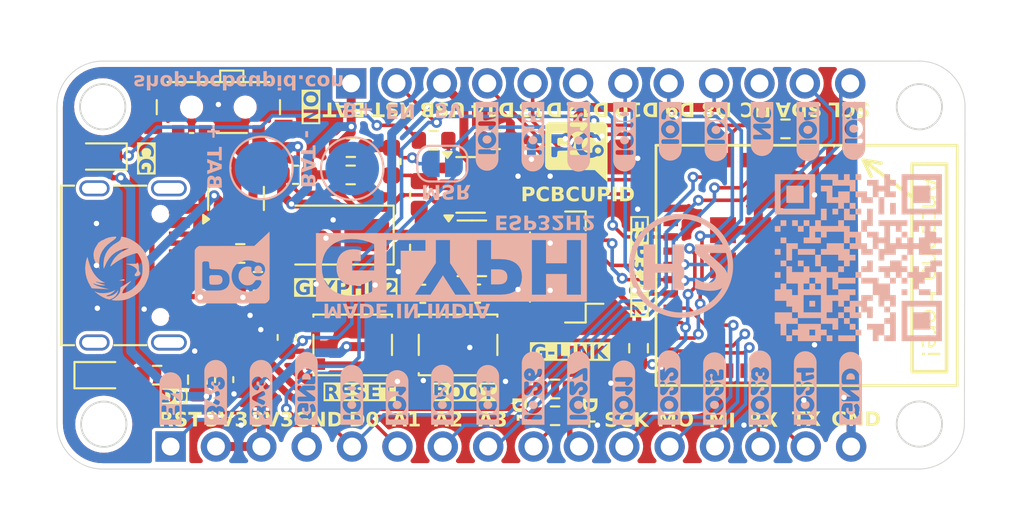
<source format=kicad_pcb>
(kicad_pcb (version 20240108) (generator "pcbnew") (generator_version "8.0")
  (layers (0 "F.Cu" signal) (31 "B.Cu" signal) (34 "B.Paste" user) (35 "F.Paste" user) (36 "B.SilkS" user "B.Silkscreen") (37 "F.SilkS" user "F.Silkscreen") (38 "B.Mask" user) (39 "F.Mask" user) (44 "Edge.Cuts" user))
  (net 0 "")
  (net 1 "/RESET")
  (net 2 "GND")
  (net 3 "/Bat_PWR")
  (net 4 "+BATT")
  (net 5 "+3.3V")
  (net 6 "/BATT_MSR")
  (net 7 "VBUS")
  (net 8 "Net-(D2-K)")
  (net 9 "Net-(D3-A)")
  (net 10 "/USB_D+")
  (net 14 "/USB_D-")
  (net 18 "Net-(J1-CC2)")
  (net 19 "Net-(J1-CC1)")
  (net 20 "/GPIO_10")
  (net 21 "/SCL")
  (net 22 "/GPIO_8")
  (net 23 "/SDA")
  (net 24 "/GPIO_9")
  (net 25 "/GPIO_2")
  (net 26 "/SCK")
  (net 27 "/MOSI")
  (net 28 "/uRx")
  (net 29 "/GPIO_3")
  (net 30 "/uTx")
  (net 31 "/MISO")
  (net 32 "Net-(U2-PROG)")
  (net 33 "Net-(U2-STAT)")
  (net 34 "Net-(U3-EN)")
  (net 39 "/GPIO_14")
  (net 42 "/GPIO_13")
  (net 44 "/GPIO_12")
  (net 49 "/GPIO_0")
  (net 51 "Net-(JP1-B)")
  (net 55 "Net-(Q1-D)")
  (net 56 "/D+")
  (net 57 "/D-")
  (footprint "Resistor_SMD:R_0603_1608Metric" (layer "F.Cu") (at 149.45 99.41 180)
    (property "Reference" "R5" (hide yes))
    (property "Value" "5.1K")
  )
  (footprint "LOGO" (layer "F.Cu") (at 153.963262 100.098)
    (property "Reference" "G***" (hide yes))
    (property "Value" "LOGO" (hide yes))
  )
  (footprint "Resistor_SMD:R_0603_1608Metric" (layer "F.Cu") (at 165.675 98.8 180)
    (property "Reference" "R2" (hide yes))
    (property "Value" "5.1K")
  )
  (footprint "Button_Switch_SMD:SW_SPDT_PCM12" (layer "F.Cu") (at 133.926262 97.908 180)
    (property "Reference" "SW3" (hide yes))
    (property "Value" "SW_SPDT")
  )
  (footprint "Resistor_SMD:R_0603_1608Metric" (layer "F.Cu") (at 136.14 107.34)
    (property "Reference" "R4" (hide yes))
    (property "Value" "5.1K")
  )
  (footprint "ESP32H2:ESP32-H2-MINI-1_EXP" (layer "F.Cu") (at 166.857362 106.45 -90)
    (property "Reference" "U1" (hide yes))
    (property "Value" "ESP32-H2-MINI-1-N4")
  )
  (footprint "Package_TO_SOT_SMD:SOT-23" (layer "F.Cu") (at 134.913262 102.698 90)
    (property "Reference" "Q1" (hide yes))
    (property "Value" "Si2301")
  )
  (footprint "Resistor_SMD:R_0603_1608Metric" (layer "F.Cu") (at 157.45 111.09 90)
    (property "Reference" "R1" (hide yes))
    (property "Value" "5.1K")
  )
  (footprint "Capacitor_SMD:C_0603_1608Metric" (layer "F.Cu") (at 138.244262 101.372)
    (property "Reference" "C2" (hide yes))
    (property "Value" "10uf")
  )
  (footprint "Resistor_SMD:R_0603_1608Metric" (layer "F.Cu") (at 141.34 99.85)
    (property "Reference" "R10" (hide yes))
    (property "Value" "200k")
  )
  (footprint "Capacitor_SMD:C_0603_1608Metric" (layer "F.Cu") (at 145.37 108.04 180)
    (property "Reference" "C5" (hide yes))
    (property "Value" "10uf")
  )
  (footprint "Resistor_SMD:R_0603_1608Metric" (layer "F.Cu") (at 130.5 112.6 180)
    (property "Reference" "R9" (hide yes))
    (property "Value" "5.1K")
  )
  (footprint "Resistor_SMD:R_0603_1608Metric" (layer "F.Cu") (at 141.33 101.38 180)
    (property "Reference" "R11" (hide yes))
    (property "Value" "200k")
  )
  (footprint "Connector_PinSocket_2.54mm:PinSocket_1x16_P2.54mm_Vertical" (layer "F.Cu") (at 131.25 116.6 90)
    (property "Reference" "J4" (hide yes))
    (property "Value" "Conn_01x16")
  )
  (footprint "Resistor_SMD:R_0603_1608Metric" (layer "F.Cu") (at 152.775 113.375 180)
    (property "Reference" "R12" (hide yes))
    (property "Value" "22R")
  )
  (footprint "Resistor_SMD:R_0603_1608Metric" (layer "F.Cu") (at 135.15 105.78 180)
    (property "Reference" "R3" (hide yes))
    (property "Value" "5.1K")
  )
  (footprint "LED_SMD:LED_0603_1608Metric" (layer "F.Cu") (at 127.313262 100.348 180)
    (property "Reference" "D2" (hide yes))
    (property "Value" "LED")
  )
  (footprint "Diode_SMD:D_SMA" (layer "F.Cu") (at 140.23 104.75 180)
    (property "Reference" "D1" (hide yes))
    (property "Value" "SS34")
  )
  (footprint "Connector_USB:USB_C_Receptacle_Palconn_UTC16-G" (layer "F.Cu") (at 129.227262 106.45 -90)
    (property "Reference" "J1" (hide yes))
    (property "Value" "USB_C_Receptacle_USB2.0_16P")
  )
  (footprint "Capacitor_SMD:C_0603_1608Metric" (layer "F.Cu") (at 143.62 100.63 -90)
    (property "Reference" "C6" (hide yes))
    (property "Value" "10uf")
  )
  (footprint "LED_SMD:LED_0603_1608Metric" (layer "F.Cu") (at 127.353262 112.6)
    (property "Reference" "D3" (hide yes))
    (property "Value" "LED")
  )
  (footprint "Connector_JST:JST_SH_BM04B-SRSS-TB_1x04-1MP_P1.00mm_Vertical" (layer "F.Cu") (at 153.38 106.54 90)
    (property "Reference" "J5" (hide yes))
    (property "Value" "Conn_01x04_MountingPin")
  )
  (footprint "Package_TO_SOT_SMD:SOT-23-5" (layer "F.Cu") (at 148.045 101.9375)
    (property "Reference" "U2" (hide yes))
    (property "Value" "MCP73831-2-OT")
  )
  (footprint "Resistor_SMD:R_0603_1608Metric" (layer "F.Cu") (at 145.18 105.525 -90)
    (property "Reference" "R8" (hide yes))
    (property "Value" "100K" (hide yes))
  )
  (footprint "Resistor_SMD:R_0603_1608Metric" (layer "F.Cu") (at 145.975 99.44 180)
    (property "Reference" "R7" (hide yes))
    (property "Value" "5.1K")
  )
  (footprint "Capacitor_SMD:C_0603_1608Metric" (layer "F.Cu") (at 137.755 110.485 90)
    (property "Reference" "C1" (hide yes))
    (property "Value" "1uf")
  )
  (footprint "Button_Switch_SMD:SW_SPST_PTS810" (layer "F.Cu") (at 141.445 110.905 180)
    (property "Reference" "SW2" (hide yes))
    (property "Value" "SW_Push")
  )
  (footprint "Package_TO_SOT_SMD:SOT-23-5" (layer "F.Cu") (at 148.1175 105.4925)
    (property "Reference" "U3" (hide yes))
    (property "Value" "AP2112K-3.3 / XC6210B332MR" (hide yes))
  )
  (footprint "Button_Switch_SMD:SW_SPST_PTS810" (layer "F.Cu") (at 147.345 110.905 180)
    (property "Reference" "SW1" (hide yes))
    (property "Value" "SW_Push")
  )
  (footprint "Capacitor_SMD:C_0603_1608Metric" (layer "F.Cu") (at 145.17 102.5 90)
    (property "Reference" "C3" (hide yes))
    (property "Value" "10UF")
  )
  (footprint "Capacitor_SMD:C_0603_1608Metric" (layer "F.Cu") (at 134.25 112.85 -90)
    (property "Reference" "C7" (hide yes))
    (property "Value" "10uf")
  )
  (footprint "Capacitor_SMD:C_0603_1608Metric" (layer "F.Cu") (at 148.44 108.03)
    (property "Reference" "C4" (hide yes))
    (property "Value" "10uf")
  )
  (footprint "Resistor_SMD:R_0603_1608Metric" (layer "F.Cu") (at 132.75 112.85 90)
    (property "Reference" "R6" (hide yes))
    (property "Value" "100K")
  )
  (footprint "Resistor_SMD:R_0603_1608Metric" (layer "F.Cu") (at 152.775 114.875)
    (property "Reference" "R13" (hide yes))
    (property "Value" "22R")
  )
  (footprint "kibuzzard-668CED74" (layer "B.Cu") (at 154.096974 99.241845 90)
    (property "Reference" "kibuzzard-668CED74" (hide yes))
    (property "Value" "G***" (hide yes))
  )
  (footprint "kibuzzard-668CEBCF" (layer "B.Cu") (at 159.16041 113.294478 90)
    (property "Reference" "kibuzzard-668CEBCF" (hide yes))
    (property "Value" "G***" (hide yes))
  )
  (footprint "kibuzzard-668B7A62" (layer "B.Cu") (at 133.773979 113.564507 90)
    (property "Reference" "kibuzzard-668B7A62" (hide yes))
    (property "Value" "G***" (hide yes))
  )
  (footprint "kibuzzard-668CEBF5" (layer "B.Cu") (at 166.780273 113.319872 90)
    (property "Reference" "kibuzzard-668CEBF5" (hide yes))
    (property "Value" "G***" (hide yes))
  )
  (footprint "kibuzzard-668B789B" (layer "B.Cu") (at 138.853411 113.33847 90)
    (property "Reference" "kibuzzard-668B789B" (hide yes))
    (property "Value" "G***" (hide yes))
  )
  (footprint "kibuzzard-668CED41" (layer "B.Cu") (at 164.360542 98.804077 90)
    (property "Reference" "kibuzzard-668CED41" (hide yes))
    (property "Value" "G***" (hide yes))
  )
  (footprint "kibuzzard-668CEBAF" (layer "B.Cu") (at 156.623555 113.578455 90)
    (property "Reference" "kibuzzard-668CEBAF" (hide yes))
    (property "Value" "G***" (hide yes))
  )
  (footprint "kibuzzard-668B7A0A" (layer "B.Cu") (at 146.468982 113.699342 90)
    (property "Reference" "kibuzzard-668B7A0A" (hide yes))
    (property "Value" "G***" (hide yes))
  )
  (footprint "kibuzzard-668B7A1E" (layer "B.Cu") (at 143.932127 113.849557 90)
    (property "Reference" "kibuzzard-668B7A1E" (hide yes))
    (property "Value" "G***" (hide yes))
  )
  (footprint "LOGO" (layer "B.Cu") (at 134.696113 106.57)
    (property "Reference" "G***" (hide yes))
    (property "Value" "LOGO" (hide yes))
  )
  (footprint "kibuzzard-668CED5D" (layer "B.Cu") (at 159.226612 98.933905 90)
    (property "Reference" "kibuzzard-668CED5D" (hide yes))
    (property "Value" "G***" (hide yes))
  )
  (footprint "kibuzzard-668B7A2D" (layer "B.Cu") (at 141.393842 113.704349 90)
    (property "Reference" "kibuzzard-668B7A2D" (hide yes))
    (property "Value" "G***" (hide yes))
  )
  (footprint "kibuzzard-668CCB83" (layer "B.Cu") (at 169.497336 98.913519 90)
    (property "Reference" "kibuzzard-668CCB83" (hide yes))
    (property "Value" "G***" (hide yes))
  )
  (footprint "Connector_PinSocket_2.54mm:PinSocket_1x12_P2.54mm_Vertical" (layer "B.Cu") (at 141.36 96.25 -90)
    (property "Reference" "J2" (hide yes))
    (property "Value" "Conn_01x12")
  )
  (footprint "kibuzzard-668CCB9F" (layer "B.Cu") (at 166.931084 98.94535 90)
    (property "Reference" "kibuzzard-668CCB9F" (hide yes))
    (property "Value" "G***" (hide yes))
  )
  (footprint "LOGO" (layer "B.Cu") (at 128.265606 106.63)
    (property "Reference" "G***" (hide yes))
    (property "Value" "LOGO" (hide yes))
  )
  (footprint "kibuzzard-668B789B" (layer "B.Cu") (at 169.32 113.33847 90)
    (property "Reference" "kibuzzard-668B789B" (hide yes))
    (property "Value" "G***" (hide yes))
  )
  (footprint "kibuzzard-668B7A7C" (layer "B.Cu") (at 131.25 113.91 90)
    (property "Reference" "kibuzzard-668B7A7C" (hide yes))
    (property "Value" "G***" (hide yes))
  )
  (footprint "Jumper:SolderJumper-2_P1.3mm_Open_RoundedPad1.0x1.5mm" (layer "B.Cu") (at 146.463262 100.748 180)
    (property "Reference" "JP1" (hide yes))
    (property "Value" "SolderJumper")
  )
  (footprint "kibuzzard-668CED80" (layer "B.Cu") (at 148.967336 99.216452 90)
    (property "Reference" "kibuzzard-668CED80" (hide yes))
    (property "Value" "G***" (hide yes))
  )
  (footprint "kibuzzard-668CED78" (layer "B.Cu") (at 151.53287 99.236481 90)
    (property "Reference" "kibuzzard-668CED78" (hide yes))
    (property "Value" "G***" (hide yes))
  )
  (footprint "kibuzzard-668CEB46" (layer "B.Cu") (at 151.547699 113.331316 90)
    (property "Reference" "kibuzzard-668CEB46" (hide yes))
    (property "Value" "G***" (hide yes))
  )
  (footprint "kibuzzard-668B7A62" (layer "B.Cu") (at 136.313695 113.564507 90)
    (property "Reference" "kibuzzard-668B7A62" (hide yes))
    (property "Value" "G***" (hide yes))
  )
  (footprint "kibuzzard-668B79F7" (layer "B.Cu") (at 149.007983 113.704707 90)
    (property "Reference" "kibuzzard-668B79F7" (hide yes))
    (property "Value" "G***" (hide yes))
  )
  (footprint "kibuzzard-668CEBE8" (layer "B.Cu") (at 164.240557 113.299843 90)
    (property "Reference" "kibuzzard-668CEBE8" (hide yes))
    (property "Value" "G***" (hide yes))
  )
  (footprint "LOGO" (layer "B.Cu") (at 169.76 106.01 180)
    (property "Reference" "G***" (hide yes))
    (property "Value" "LOGO" (hide yes))
  )
  (footprint "kibuzzard-668CED4F" (layer "B.Cu") (at 161.79 98.95 90)
    (property "Reference" "kibuzzard-668CED4F" (hide yes))
    (property "Value" "G***" (hide yes))
  )
  (footprint "Test_point_01x2:TestPoint_01x02" (layer "B.Cu") (at 138.879262 100.989 180)
    (property "Reference" "J3" (hide yes))
    (property "Value" "Battery Connector")
  )
  (footprint "kibuzzard-668CEBDE" (layer "B.Cu") (at 161.700126 113.350987 90)
    (property "Reference" "kibuzzard-668CEBDE" (hide yes))
    (property "Value" "G***" (hide yes))
  )
  (footprint "kibuzzard-668CEB4E" (layer "B.Cu") (at 154.0867 113.324521 90)
    (property "Reference" "kibuzzard-668CEB4E" (hide yes))
    (property "Value" "G***" (hide yes))
  )
  (footprint "kibuzzard-668CED68" (layer "B.Cu") (at 156.663224 99.236838 90)
    (property "Reference" "kibuzzard-668CED68" (hide yes))
    (property "Value" "G***" (hide yes))
  )
  (gr_circle (center 159.825 106.468122) (end 162.425 107.418122) (stroke (width 0.3)) (fill none) (layer "B.SilkS"))
  (gr_line (start 124.891228 115.321945) (end 124.891487 97.57804) (stroke (width 0.05)) (layer "Edge.Cuts"))
  (gr_circle (center 127.51 115.35) (end 128.78 115.35) (stroke (width 0.1)) (fill none) (layer "Edge.Cuts"))
  (gr_line (start 175.727312 97.541689) (end 175.69096 115.285853) (stroke (width 0.05)) (layer "Edge.Cuts"))
  (gr_line (start 127.431228 95.001947) (end 173.151219 95.001948) (stroke (width 0.05)) (layer "Edge.Cuts"))
  (gr_circle (center 173.169262 97.56) (end 174.439262 97.56) (stroke (width 0.1)) (fill none) (layer "Edge.Cuts"))
  (gr_circle (center 127.449262 97.56) (end 128.719262 97.56) (stroke (width 0.1)) (fill none) (layer "Edge.Cuts"))
  (gr_line (start 173.151219 117.861946) (end 127.467321 117.861686) (stroke (width 0.05)) (layer "Edge.Cuts"))
  (gr_circle (center 173.169262 115.34) (end 174.439262 115.34) (stroke (width 0.1)) (fill none) (layer "Edge.Cuts"))
  (gr_arc (start 124.891487 97.57804) (mid 125.627871 95.764035) (end 127.431228 95.001947) (stroke (width 0.05)) (layer "Edge.Cuts"))
  (gr_arc (start 173.151219 95.001948) (mid 174.965224 95.738332) (end 175.727312 97.541689) (stroke (width 0.05)) (layer "Edge.Cuts"))
  (gr_arc (start 175.69096 115.285853) (mid 174.954576 117.099858) (end 173.151219 117.861946) (stroke (width 0.05)) (layer "Edge.Cuts"))
  (gr_arc (start 127.467321 117.861686) (mid 125.653316 117.125302) (end 124.891228 115.321945) (stroke (width 0.05)) (layer "Edge.Cuts"))
  (gr_text "BAT -" (at 138.413262 102.114762 -90) (layer "B.SilkS") (effects (font (size 0.8 0.8) (thickness 0.2) (bold yes)) (justify left bottom mirror)))
  (gr_text "MADE IN INDIA" (at 139.770329 108.46 180) (layer "B.SilkS") (effects (font (size 0.8 0.8) (thickness 0.16) (bold yes)) (justify left bottom mirror)))
  (gr_text "shop.pcbcupid.com" (at 129.164466 95.659471 180) (layer "B.SilkS") (effects (font (size 0.8 0.8) (thickness 0.2) (bold yes)) (justify left bottom mirror)))
  (gr_text "H2" (at 157.4 104.85 180) (layer "B.SilkS") (effects (font (size 2.5 2.5) (thickness 0.5) (bold yes)) (justify left bottom mirror)))
  (gr_text "MSR" (at 145.28 101.81 180) (layer "B.SilkS") (effects (font (size 0.8 0.8) (thickness 0.2) (bold yes)) (justify left bottom mirror)))
  (gr_text "ESP32H2" (at 149.380329 103.52 180) (layer "B.SilkS") (effects (font (size 0.8 0.8) (thickness 0.16) (bold yes)) (justify left bottom mirror)))
  (gr_text "GLYPH" (at 147.06 104.52 180) (layer "B.SilkS" knockout) (effects (font (size 3 3) (thickness 0.2) (bold yes)) (justify bottom mirror)))
  (gr_text "EN" (at 143.274466 97.289471 180) (layer "B.SilkS") (effects (font (size 0.8 0.8) (thickness 0.16) (bold yes)) (justify left bottom mirror)))
  (gr_text "B+" (at 140.854466 97.219471 180) (layer "B.SilkS") (effects (font (size 0.8 0.8) (thickness 0.16) (bold yes)) (justify left bottom mirror)))
  (gr_text "5V" (at 145.994466 97.239471 180) (layer "B.SilkS") (effects (font (size 0.8 0.8) (thickness 0.16) (bold yes)) (justify left bottom mirror)))
  (gr_text "BAT +" (at 133.163262 102.198 -90) (layer "B.SilkS") (effects (font (size 0.8 0.8) (thickness 0.2) (bold yes)) (justify left bottom mirror)))
  (gr_text "BOOT\n" (at 145.91 114.08 0) (layer "F.SilkS" knockout) (effects (font (size 0.8 0.8) (thickness 0.2) (bold yes)) (justify left bottom)))
  (gr_text "ON" (at 138.563262 96.648 -90) (layer "F.SilkS" knockout) (effects (font (size 0.8 0.8) (thickness 0.2) (bold yes)) (justify left bottom)))
  (gr_text "BAT" (at 142.16 97.19 180) (layer "F.SilkS") (effects (font (size 0.8 0.8) (thickness 0.16) (bold yes)) (justify left bottom)))
  (gr_text "RESET" (at 139.81 114.08 0) (layer "F.SilkS" knockout) (effects (font (size 0.8 0.8) (thickness 0.2) (bold yes)) (justify left bottom)))
  (gr_text "A1\n" (at 143.63 115.61 0) (layer "F.SilkS") (effects (font (size 0.8 0.8) (thickness 0.16) (bold yes)) (justify left bottom)))
  (gr_text "RX" (at 163.536646 115.63 0) (layer "F.SilkS") (effects (font (size 0.8 0.8) (thickness 0.16) (bold yes)) (justify left bottom)))
  (gr_text "D9" (at 160.619785 97.19 180) (layer "F.SilkS") (effects (font (size 0.8 0.8) (thickness 0.16) (bold yes)) (justify left bottom)))
  (gr_text "SCL" (at 170.41 97.19 180) (layer "F.SilkS") (effects (font (size 0.8 0.8) (thickness 0.16) (bold yes)) (justify left bottom)))
  (gr_text "SDA" (at 167.722301 97.19 180) (layer "F.SilkS") (effects (font (size 0.8 0.8) (thickness 0.16) (bold yes)) (justify left bottom)))
  (gr_text "D13" (at 153.196041 97.19 180) (layer "F.SilkS") (effects (font (size 0.8 0.8) (thickness 0.16) (bold yes)) (justify left bottom)))
  (gr_text "D14" (at 150.521636 97.19 180) (layer "F.SilkS") (effects (font (size 0.8 0.8) (thickness 0.16) (bold yes)) (justify left bottom)))
  (gr_text "TX" (at 166.036646 115.582 0) (layer "F.SilkS") (effects (font (size 0.8 0.8) (thickness 0.16) (bold yes)) (justify left bottom)))
  (gr_text "A3" (at 148.466943 115.61 0) (layer "F.SilkS") (effects (font (size 0.8 0.8) (thickness 0.16) (bold yes)) (justify left bottom)))
  (gr_text "D+" (at 154.2 113.8 270) (layer "F.SilkS") (effects (font (size 0.8 0.8) (thickness 0.16) (bold yes)) (justify left bottom)))
  (gr_text "ESP32H2" (at 156.96 106.52 270) (layer "F.SilkS" knockout) (effects (font (size 0.8 0.8) (thickness 0.2) (bold yes)) (justify bottom)))
  (gr_text "NC" (at 164.874386 97.19 180) (layer "F.SilkS") (effects (font (size 0.8 0.8) (thickness 0.16) (bold yes)) (justify left bottom)))
  (gr_text "GLYPHH2" (at 141.08 108.23 0) (layer "F.SilkS" knockout) (effects (font (size 0.8 0.8) (thickness 0.2) (bold yes)) (justify bottom)))
  (gr_text "3V3" (at 133.18 115.61 0) (layer "F.SilkS") (effects (font (size 0.8 0.8) (thickness 0.16) (bold yes)) (justify left bottom)))
  (gr_text "GND\n" (at 138.132929 115.61 0) (layer "F.SilkS") (effects (font (size 0.8 0.8) (thickness 0.16) (bold yes)) (justify left bottom)))
  (gr_text "G-LINK" (at 153.57 111.82 0) (layer "F.SilkS" knockout) (effects (font (size 0.8 0.8) (thickness 0.2) (bold yes)) (justify bottom)))
  (gr_text "A2" (at 145.98 115.61 0) (layer "F.SilkS") (effects (font (size 0.8 0.8) (thickness 0.16) (bold yes)) (justify left bottom)))
  (gr_text "D0" (at 130.67 114.25 0) (layer "F.SilkS" knockout) (effects (font (size 0.7 0.7) (thickness 0.175) (bold yes)) (justify left bottom)))
  (gr_text "SCK" (at 155.52 115.63 0) (layer "F.SilkS") (effects (font (size 0.8 0.8) (thickness 0.16) (bold yes)) (justify left bottom)))
  (gr_text "RST" (at 144.908654 97.19 180) (layer "F.SilkS") (effects (font (size 0.8 0.8) (thickness 0.16) (bold yes)) (justify left bottom)))
  (gr_text "MI" (at 161.361646 115.657 0) (layer "F.SilkS") (effects (font (size 0.8 0.8) (thickness 0.16) (bold yes)) (justify left bottom)))
  (gr_text "D8" (at 162.674399 97.19 180) (layer "F.SilkS") (effects (font (size 0.8 0.8) (thickness 0.16) (bold yes)) (justify left bottom)))
  (gr_text "RST" (at 130.565308 115.61 0) (layer "F.SilkS") (effects (font (size 0.8 0.8) (thickness 0.16) (bold yes)) (justify left bottom)))
  (gr_text "CG" (at 129.35 99.6 -90) (layer "F.SilkS" knockout) (effects (font (size 0.8 0.8) (thickness 0.2) (bold yes)) (justify left bottom)))
  (gr_text "D10" (at 158.590182 97.19 180) (layer "F.SilkS") (effects (font (size 0.8 0.8) (thickness 0.16) (bold yes)) (justify left bottom)))
  (gr_text "D12" (at 155.821988 97.19 180) (layer "F.SilkS") (effects (font (size 0.8 0.8) (thickness 0.16) (bold yes)) (justify left bottom)))
  (gr_text "3V3" (at 135.73 115.61 0) (layer "F.SilkS") (effects (font (size 0.8 0.8) (thickness 0.16) (bold yes)) (justify left bottom)))
  (gr_text "PCBCUPID" (at 154.05 102.99 0) (layer "F.SilkS") (effects (font (size 0.8 0.8) (thickness 0.2) (bold yes)) (justify bottom)))
  (gr_text "MO" (at 158.486646 115.607 0) (layer "F.SilkS") (effects (font (size 0.8 0.8) (thickness 0.16) (bold yes)) (justify left bottom)))
  (gr_text "D-" (at 150.25 113.8 270) (layer "F.SilkS") (effects (font (size 0.8 0.8) (thickness 0.16) (bold yes)) (justify left bottom)))
  (gr_text "USB" (at 147.768292 97.19 180) (layer "F.SilkS") (effects (font (size 0.8 0.8) (thickness 0.16) (bold yes)) (justify left bottom)))
  (gr_text "GND" (at 168.236646 115.582 0) (layer "F.SilkS") (effects (font (size 0.8 0.8) (thickness 0.16) (bold yes)) (justify left bottom)))
  (gr_text "D0" (at 141.23 115.61 0) (layer "F.SilkS") (effects (font (size 0.8 0.8) (thickness 0.16) (bold yes)) (justify left bottom)))
  (dimension (type leader) (layer "F.SilkS") (pts (xy 169.64 100.25) (xy 173.73 103.36)) (gr_text "Antenna Here!" (at 173.73 106.59 270) (layer "F.SilkS") (effects (font (face "Noto Sans") (size 1 1) (thickness 0.1)))) (format (prefix "") (suffix "") (units 0) (units_format 0) (precision 4) (override_value "Antenna Here!")) (style (thickness 0.2) (arrow_length 1) (text_position_mode 0) (text_frame 1) (extension_offset 0.5)))
  (segment (start 162.552263 99.147737) (end 163.1 98.6) (width 0.2) (layer "F.Cu") (net 1))
  (segment (start 163.3 98.6) (end 164.65 98.6) (width 0.2) (layer "F.Cu") (net 1))
  (segment (start 163.3 98.6) (end 155.2 98.6) (width 0.2) (layer "F.Cu") (net 1))
  (segment (start 146.089573 98.439573) (end 143.9 96.25) (width 0.2) (layer "F.Cu") (net 1))
  (segment (start 137.755 111.26) (end 138.65 111.26) (width 0.3) (layer "F.Cu") (net 1))
  (segment (start 154.95 98.35) (end 155.2 98.6) (width 0.2) (layer "F.Cu") (net 1))
  (segment (start 146.139573 98.439573) (end 146.089573 98.439573) (width 0.2) (layer "F.Cu") (net 1))
  (segment (start 138.65 111.26) (end 139.37 111.98) (width 0.3) (layer "F.Cu") (net 1))
  (segment (start 138.636579 110.668627) (end 138.045206 111.26) (width 0.2) (layer "F.Cu") (net 1))
  (segment (start 143.52 111.98) (end 139.37 111.98) (width 0.3) (layer "F.Cu") (net 1))
  (segment (start 162.552263 100.550002) (end 162.552263 99.147737) (width 0.2) (layer "F.Cu") (net 1))
  (segment (start 163.1 98.6) (end 163.3 98.6) (width 0.2) (layer "F.Cu") (net 1))
  (via (at 138.636579 110.668627) (size 0.6) (drill 0.3) (layers "F.Cu" "B.Cu") (net 1))
  (via (at 146.139573 98.439573) (size 0.6) (drill 0.3) (layers "F.Cu" "B.Cu") (net 1))
  (via (at 154.95 98.35) (size 0.6) (drill 0.3) (layers "F.Cu" "B.Cu") (net 1))
  (segment (start 144.18 103.77) (end 144.18 99.95) (width 0.2) (layer "B.Cu") (net 1))
  (segment (start 146.479146 98.1) (end 154.7 98.1) (width 0.2) (layer "B.Cu") (net 1))
  (segment (start 132.75 115.1) (end 131.25 116.6) (width 0.2) (layer "B.Cu") (net 1))
  (segment (start 154.7 98.1) (end 154.95 98.35) (width 0.2) (layer "B.Cu") (net 1))
  (segment (start 145.690427 98.439573) (end 146.139573 98.439573) (width 0.2) (layer "B.Cu") (net 1))
  (segment (start 138.636579 110.668627) (end 138.631373 110.668627) (width 0.2) (layer "B.Cu") (net 1))
  (segment (start 140.6 110.5) (end 141.4 109.7) (width 0.2) (layer "B.Cu") (net 1))
  (segment (start 141.4 106.55) (end 144.18 103.77) (width 0.2) (layer "B.Cu") (net 1))
  (segment (start 138.631373 110.668627) (end 134.2 115.1) (width 0.2) (layer "B.Cu") (net 1))
  (segment (start 146.139573 98.439573) (end 146.479146 98.1) (width 0.2) (layer "B.Cu") (net 1))
  (segment (start 141.4 109.7) (end 141.4 106.55) (width 0.2) (layer "B.Cu") (net 1))
  (segment (start 138.636579 110.668627) (end 138.805206 110.5) (width 0.2) (layer "B.Cu") (net 1))
  (segment (start 144.18 99.95) (end 145.690427 98.439573) (width 0.2) (layer "B.Cu") (net 1))
  (segment (start 138.805206 110.5) (end 140.6 110.5) (width 0.2) (layer "B.Cu") (net 1))
  (segment (start 134.2 115.1) (end 132.75 115.1) (width 0.2) (layer "B.Cu") (net 1))
  (segment (start 156.3 112.65) (end 155.9 113.05) (width 0.2) (layer "F.Cu") (net 2))
  (segment (start 139.019262 101.372) (end 140.497 101.372) (width 0.5) (layer "F.Cu") (net 2))
  (segment (start 132.6 111.25) (end 132.62 111.23) (width 0.2) (layer "F.Cu") (net 2))
  (segment (start 132.47 109.65) (end 131.737262 109.65) (width 0.2) (layer "F.Cu") (net 2))
  (segment (start 158.952262 112.65) (end 156.3 112.65) (width 0.2) (layer "F.Cu") (net 2))
  (segment (start 136.38 105.78) (end 136.965 106.365) (width 0.2) (layer "F.Cu") (net 2))
  (segment (start 143.62 101.405) (end 144.705 101.405) (width 0.2) (layer "F.Cu") (net 2))
  (segment (start 135.975 105.78) (end 136.38 105.78) (width 0.2) (layer "F.Cu") (net 2))
  (segment (start 136.965 106.365) (end 136.965 107.34) (width 0.2) (layer "F.Cu") (net 2))
  (segment (start 132.62 111.23) (end 132.62 109.8) (width 0.2) (layer "F.Cu") (net 2))
  (segment (start 143.3 102.75) (end 143.62 102.43) (width 0.2) (layer "F.Cu") (net 2))
  (segment (start 143.62 102.43) (end 143.62 101.405) (width 0.2) (layer "F.Cu") (net 2))
  (segment (start 132.62 109.8) (end 132.47 109.65) (width 0.2) (layer "F.Cu") (net 2))
  (segment (start 140.53 101.38) (end 141.9 102.75) (width 0.2) (layer "F.Cu") (net 2))
  (segment (start 132.62 111.3) (end 132.62 111.27) (width 0.2) (layer "F.Cu") (net 2))
  (segment (start 141.9 102.75) (end 143.3 102.75) (width 0.2) (layer "F.Cu") (net 2))
  (segment (start 144.705 101.405) (end 145 101.7) (width 0.2) (layer "F.Cu") (net 2))
  (segment (start 132.62 111.27) (end 132.6 111.25) (width 0.2) (layer "F.Cu") (net 2))
  (segment (start 132.62 111.3) (end 132.62 111.895) (width 0.2) (layer "F.Cu") (net 2))
  (via (at 127.1 106.45) (size 0.6) (drill 0.3) (layers "F.Cu" "B.Cu") (net 2))
  (via (at 168.95 113.85) (size 0.6) (drill 0.3) (layers "F.Cu" "B.Cu") (net 2))
  (via (at 157.4 103.3) (size 0.6) (drill 0.3) (layers "F.Cu" "B.Cu") (net 2))
  (via (at 166.7 114) (size 0.6) (drill 0.3) (layers "F.Cu" "B.Cu") (net 2))
  (via (at 135.7 109.25) (size 0.6) (drill 0.3) (layers "F.Cu" "B.Cu") (net 2))
  (via (at 163.35 115.4) (size 0.6) (drill 0.3) (layers "F.Cu" "B.Cu") (net 2))
  (via (at 133.926262 97.433) (size 0.6) (drill 0.3) (layers "F.Cu" "B.Cu") (net 2))
  (via (at 136.3 110.05) (size 0.6) (drill 0.3) (layers "F.Cu" "B.Cu") (net 2))
  (via (at 145.4 112.9) (size 0.6) (drill 0.3) (layers "F.Cu" "B.Cu") (net 2))
  (via (at 167.3 102.5) (size 0.6) (drill 0.3) (layers "F.Cu" "B.Cu") (net 2))
  (via (at 157.4 100.45) (size 0.6) (drill 0.3) (layers "F.Cu" "B.Cu") (net 2))
  (via (at 152.5 107.85) (size 0.6) (drill 0.3) (layers "F.Cu" "B.Cu") (net 2))
  (via (at 152.5 101.45) (size 0.6) (drill 0.3) (layers "F.Cu" "B.Cu") (net 2))
  (via (at 150.7 101.45) (size 0.6) (drill 0.3) (layers "F.Cu" "B.Cu") (net 2))
  (via (at 150 112.95) (size 0.6) (drill 0.3) (layers "F.Cu" "B.Cu") (net 2))
  (via (at 135.2 115.4) (size 0.6) (drill 0.3) (layers "F.Cu" "B.Cu") (net 2))
  (via (at 150.7 107.8) (size 0.6) (drill 0.3) (layers "F.Cu" "B.Cu") (net 2))
  (via (at 132.6 111.25) (size 0.6) (drill 0.3) (layers "F.Cu" "B.Cu") (net 2))
  (via (at 127.1 104.1) (size 0.6) (drill 0.3) (layers "F.Cu" "B.Cu") (net 2))
  (via (at 155.9 113.05) (size 0.6) (drill 0.3) (layers "F.Cu" "B.Cu") (net 2))
  (via (at 144 106.8) (size 0.6) (drill 0.3) (layers "F.Cu" "B.Cu") (net 2))
  (via (at 139.4 107.5) (size 0.6) (drill 0.3) (layers "F.Cu" "B.Cu") (net 2))
  (via (at 148 111.05) (size 0.6) (drill 0.3) (layers "F.Cu" "B.Cu") (net 2))
  (via (at 155.15 115.4) (size 0.6) (drill 0.3) (layers "F.Cu" "B.Cu") (net 2))
  (via (at 140.35 103.9) (size 0.6) (drill 0.3) (layers "F.Cu" "B.Cu") (net 2))
  (via (at 127.15 108.85) (size 0.6) (drill 0.3) (layers "F.Cu" "B.Cu") (net 2))
  (via (at 143.95 112.95) (size 0.6) (drill 0.3) (layers "F.Cu" "B.Cu") (net 2))
  (via (at 152.5 105.2) (size 0.6) (drill 0.3) (layers "F.Cu" "B.Cu") (net 2))
  (via (at 129.77 108.9) (size 0.6) (drill 0.3) (layers "F.Cu" "B.Cu") (net 2))
  (via (at 142.7 107.55) (size 0.6) (drill 0.3) (layers "F.Cu" "B.Cu") (net 2))
  (via (at 134.8 113.65) (size 0.6) (drill 0.3) (layers "F.Cu" "B.Cu") (net 2))
  (via (at 167.3 110.9) (size 0.6) (drill 0.3) (layers "F.Cu" "B.Cu") (net 2))
  (segment (start 140.769189 102.41) (end 141.659189 103.3) (width 0.3) (layer "F.Cu") (net 3))
  (segment (start 146.006196 102.8875) (end 146.9075 102.8875) (width 0.2) (layer "F.Cu") (net 3))
  (segment (start 143.386396 103.3) (end 144.166396 102.52) (width 0.3) (layer "F.Cu") (net 3))
  (segment (start 144.166396 102.52) (end 144.26 102.52) (width 0.3) (layer "F.Cu") (net 3))
  (segment (start 138.37 99.79) (end 136.628262 99.79) (width 0.5) (layer "F.Cu") (net 3))
  (segment (start 138.39 99.81) (end 138.39 100.777566) (width 0.2) (layer "F.Cu") (net 3))
  (segment (start 136.628262 99.79) (end 136.176262 99.338) (width 0.5) (layer "F.Cu") (net 3))
  (segment (start 144.29 102.5) (end 145.618696 102.5) (width 0.2) (layer "F.Cu") (net 3))
  (segment (start 138.37 99.79) (end 138.39 99.81) (width 0.2) (layer "F.Cu") (net 3))
  (segment (start 144.265 102.525) (end 144.29 102.5) (width 0.2) (layer "F.Cu") (net 3))
  (segment (start 145.618696 102.5) (end 146.006196 102.8875) (width 0.2) (layer "F.Cu") (net 3))
  (segment (start 138.219262 100.948304) (end 138.219262 102.179262) (width 0.2) (layer "F.Cu") (net 3))
  (segment (start 138.39 100.777566) (end 138.219262 100.948304) (width 0.2) (layer "F.Cu") (net 3))
  (segment (start 138.45 102.41) (end 140.769189 102.41) (width 0.3) (layer "F.Cu") (net 3))
  (segment (start 138.219262 102.179262) (end 138.45 102.41) (width 0.2) (layer "F.Cu") (net 3))
  (segment (start 141.659189 103.3) (end 143.386396 103.3) (width 0.3) (layer "F.Cu") (net 3))
  (via (at 138.37 99.79) (size 0.6) (drill 0.3) (layers "F.Cu" "B.Cu") (net 3))
  (segment (start 136.811 100.989) (end 138.01 99.79) (width 0.5) (layer "B.Cu") (net 3))
  (segment (start 138.37 99.79) (end 138.01 99.79) (width 0.5) (layer "B.Cu") (net 3))
  (segment (start 141.36 98.66) (end 141.37 98.67) (width 0.5) (layer "F.Cu") (net 4))
  (segment (start 145.18 104.7) (end 142.28 104.7) (width 0.5) (layer "F.Cu") (net 4))
  (segment (start 135.863262 103.6355) (end 135.863262 102.296738) (width 0.5) (layer "F.Cu") (net 4))
  (segment (start 140.520661 103.01) (end 141.508661 103.998) (width 0.5) (layer "F.Cu") (net 4))
  (segment (start 136.788 101.372) (end 137.469262 101.372) (width 0.5) (layer "F.Cu") (net 4))
  (segment (start 137.469262 102.459262) (end 138.02 103.01) (width 0.5) (layer "F.Cu") (net 4))
  (segment (start 141.36 96.25) (end 141.36 98.66) (width 0.5) (layer "F.Cu") (net 4))
  (segment (start 145.3375 104.5425) (end 145.18 104.7) (width 0.5) (layer "F.Cu") (net 4))
  (segment (start 141.36 98.68) (end 141.36 99.005) (width 0.5) (layer "F.Cu") (net 4))
  (segment (start 146.98 104.5425) (end 145.3375 104.5425) (width 0.5) (layer "F.Cu") (net 4))
  (segment (start 138.02 103.01) (end 140.520661 103.01) (width 0.5) (layer "F.Cu") (net 4))
  (segment (start 141.36 99.005) (end 140.515 99.85) (width 0.5) (layer "F.Cu") (net 4))
  (segment (start 137.469262 101.372) (end 137.469262 102.459262) (width 0.5) (layer "F.Cu") (net 4))
  (segment (start 141.508661 103.998) (end 142.313262 103.998) (width 0.5) (layer "F.Cu") (net 4))
  (segment (start 145.17 103.275) (end 145.17 104.69) (width 0.5) (layer "F.Cu") (net 4))
  (segment (start 135.863262 102.296738) (end 136.788 101.372) (width 0.5) (layer "F.Cu") (net 4))
  (segment (start 141.37 98.67) (end 141.36 98.68) (width 0.5) (layer "F.Cu") (net 4))
  (via (at 141.37 98.67) (size 0.6) (drill 0.3) (layers "F.Cu" "B.Cu") (net 4))
  (via (at 138.02 103.01) (size 0.6) (drill 0.3) (layers "F.Cu" "B.Cu") (net 4))
  (segment (start 140.63 98.67) (end 141.37 98.67) (width 0.5) (layer "B.Cu") (net 4))
  (segment (start 138.92 102.11) (end 138.92 100.38) (width 0.5) (layer "B.Cu") (net 4))
  (segment (start 138.92 100.38) (end 140.63 98.67) (width 0.5) (layer "B.Cu") (net 4))
  (segment (start 138.02 103.01) (end 138.92 102.11) (width 0.5) (layer "B.Cu") (net 4))
  (segment (start 154.05 98.1) (end 154.05 98.65) (width 0.5) (layer "F.Cu") (net 5))
  (segment (start 151.45 102.3475) (end 151.45 100.5) (width 0.5) (layer "F.Cu") (net 5))
  (segment (start 148.11 107.585) (end 147.665 108.03) (width 0.3) (layer "F.Cu") (net 5))
  (segment (start 166.5 100.49774) (end 166.5 98.8) (width 0.5) (layer "F.Cu") (net 5))
  (segment (start 154.05 98.65) (end 153.35 99.35) (width 0.5) (layer "F.Cu") (net 5))
  (segment (start 149.255 104.5425) (end 151.45 102.3475) (width 0.5) (layer "F.Cu") (net 5))
  (segment (start 154.705 107.04) (end 155.34 107.04) (width 0.3) (layer "F.Cu") (net 5))
  (segment (start 141.1 111) (end 146.2 111) (width 0.5) (layer "F.Cu") (net 5))
  (segment (start 149.9425 104.5425) (end 152.44 107.04) (width 0.3) (layer "F.Cu") (net 5))
  (segment (start 166.552262 100.550002) (end 166.5 100.49774) (width 0.5) (layer "F.Cu") (net 5))
  (segment (start 146.145 108.04) (end 147.655 108.04) (width 0.5) (layer "F.Cu") (net 5))
  (segment (start 146.2 111) (end 147.665 109.535) (width 0.5) (layer "F.Cu") (net 5))
  (segment (start 155.34 107.04) (end 157.45 109.15) (width 0.3) (layer "F.Cu") (net 5))
  (segment (start 154.55 97.6) (end 154.05 98.1) (width 0.5) (layer "F.Cu") (net 5))
  (segment (start 133.79 116.6) (end 136.33 116.6) (width 0.5) (layer "F.Cu") (net 5))
  (segment (start 152.44 107.04) (end 154.705 107.04) (width 0.3) (layer "F.Cu") (net 5))
  (segment (start 149.255 104.5425) (end 149.9425 104.5425) (width 0.3) (layer "F.Cu") (net 5))
  (segment (start 166.5 98.8) (end 165.3 97.6) (width 0.5) (layer "F.Cu") (net 5))
  (segment (start 148.11 105.6875) (end 148.11 107.585) (width 0.3) (layer "F.Cu") (net 5))
  (segment (start 147.665 109.535) (end 147.665 108.03) (width 0.5) (layer "F.Cu") (net 5))
  (segment (start 157.45 109.15) (end 157.45 110.265) (width 0.3) (layer "F.Cu") (net 5))
  (segment (start 149.255 104.5425) (end 148.11 105.6875) (width 0.3) (layer "F.Cu") (net 5))
  (segment (start 165.3 97.6) (end 154.55 97.6) (width 0.5) (layer "F.Cu") (net 5))
  (via (at 153.35 99.35) (size 0.6) (drill 0.3) (layers "F.Cu" "B.Cu") (net 5))
  (via (at 141.1 111) (size 0.6) (drill 0.3) (layers "F.Cu" "B.Cu") (net 5))
  (via (at 151.45 100.5) (size 0.6) (drill 0.3) (layers "F.Cu" "B.Cu") (net 5))
  (segment (start 140.75 111.35) (end 141.1 111) (width 0.5) (layer "B.Cu") (net 5))
  (segment (start 136.33 113.97) (end 138.95 111.35) (width 0.5) (layer "B.Cu") (net 5))
  (segment (start 138.95 111.35) (end 140.75 111.35) (width 0.5) (layer "B.Cu") (net 5))
  (segment (start 151.45 100.5) (end 151.45 99.6) (width 0.5) (layer "B.Cu") (net 5))
  (segment (start 151.7 99.35) (end 153.35 99.35) (width 0.5) (layer "B.Cu") (net 5))
  (segment (start 136.33 116.6) (end 136.33 113.97) (width 0.5) (layer "B.Cu") (net 5))
  (segment (start 151.45 99.6) (end 151.7 99.35) (width 0.5) (layer "B.Cu") (net 5))
  (segment (start 137.731172 114.482429) (end 138.248743 115) (width 0.2) (layer "F.Cu") (net 6))
  (segment (start 155.5 99.1) (end 160.4 99.1) (width 0.2) (layer "F.Cu") (net 6))
  (segment (start 160.952263 100.550002) (end 160.952263 99.652263) (width 0.2) (layer "F.Cu") (net 6))
  (segment (start 142.35 115) (end 143.95 116.6) (width 0.2) (layer "F.Cu") (net 6))
  (segment (start 138.248743 115) (end 142.35 115) (width 0.2) (layer "F.Cu") (net 6))
  (segment (start 160.952263 99.652263) (end 160.4 99.1) (width 0.2) (layer "F.Cu") (net 6))
  (segment (start 155.5 99.1) (end 155.4 99.2) (width 0.2) (layer "F.Cu") (net 6))
  (via (at 155.4 99.2) (size 0.6) (drill 0.3) (layers "F.Cu" "B.Cu") (net 6))
  (via (at 137.731172 114.482429) (size 0.6) (drill 0.3) (layers "F.Cu" "B.Cu") (net 6))
  (segment (start 137.731172 113.668828) (end 139.3 112.1) (width 0.2) (layer "B.Cu") (net 6))
  (segment (start 147.113262 100.748) (end 147.113262 99.824265) (width 0.2) (layer "B.Cu") (net 6))
  (segment (start 139.3 112.1) (end 141.3 112.1) (width 0.2) (layer "B.Cu") (net 6))
  (segment (start 154.451471 98.7) (end 154.951471 99.2) (width 0.2) (layer "B.Cu") (net 6))
  (segment (start 141.8 106.8) (end 147.113262 101.486738) (width 0.2) (layer "B.Cu") (net 6))
  (segment (start 148.237527 98.7) (end 154.451471 98.7) (width 0.2) (layer "B.Cu") (net 6))
  (segment (start 154.951471 99.2) (end 155.4 99.2) (width 0.2) (layer "B.Cu") (net 6))
  (segment (start 147.113262 99.824265) (end 148.237527 98.7) (width 0.2) (layer "B.Cu") (net 6))
  (segment (start 147.113262 101.486738) (end 147.113262 100.748) (width 0.2) (layer "B.Cu") (net 6))
  (segment (start 137.731172 114.482429) (end 137.731172 113.668828) (width 0.2) (layer "B.Cu") (net 6))
  (segment (start 141.3 112.1) (end 141.8 111.6) (width 0.2) (layer "B.Cu") (net 6))
  (segment (start 141.8 111.6) (end 141.8 106.8) (width 0.2) (layer "B.Cu") (net 6))
  (segment (start 133.963262 102.833262) (end 133.69 102.56) (width 0.5) (layer "F.Cu") (net 7))
  (segment (start 139.78 104.75) (end 139.95 104.92) (width 0.5) (layer "F.Cu") (net 7))
  (segment (start 147.672684 100.2375) (end 148.02 100.584816) (width 0.5) (layer "F.Cu") (net 7))
  (segment (start 136.837 104.823) (end 136.85 104.81) (width 0.5) (layer "F.Cu") (net 7))
  (segment (start 132.517262 108.85) (end 132.777107 109.109845) (width 0.3) (layer "F.Cu") (net 7))
  (segment (start 133.963262 103.6355) (end 133.963262 102.833262) (width 0.5) (layer "F.Cu") (net 7))
  (segment (start 146.44 96.25) (end 147.672684 97.482684) (width 0.5) (layer "F.Cu") (net 7))
  (segment (start 147.672684 97.482684) (end 147.672684 100.2375) (width 0.5) (layer "F.Cu") (net 7))
  (segment (start 131.106501 108.85) (end 131.737262 108.85) (width 0.3) (layer "F.Cu") (net 7))
  (segment (start 133.963262 103.6355) (end 135.150762 104.823) (width 0.5) (layer "F.Cu") (net 7))
  (segment (start 131.737262 104.05) (end 131.106501 104.05) (width 0.3) (layer "F.Cu") (net 7))
  (segment (start 134.25 111.72) (end 133.07 110.54) (width 0.3) (layer "F.Cu") (net 7))
  (segment (start 133.07 109.816952) (end 133.07 110.54) (width 0.3) (layer "F.Cu") (net 7))
  (segment (start 148.02 100.584816) (end 148.02 101.725) (width 0.5) (layer "F.Cu") (net 7))
  (segment (start 130.2 104.956501) (end 130.2 107.943499) (width 0.3) (layer "F.Cu") (net 7))
  (segment (start 130.2 107.943499) (end 131.106501 108.85) (width 0.3) (layer "F.Cu") (net 7))
  (segment (start 131.737262 108.85) (end 132.517262 108.85) (width 0.3) (layer "F.Cu") (net 7))
  (segment (start 133.69 102.56) (end 133.69 102.54) (width 0.5) (layer "F.Cu") (net 7))
  (segment (start 132.75 113.575) (end 134.25 112.075) (width 0.5) (layer "F.Cu") (net 7))
  (segment (start 134.25 112.075) (end 134.25 111.72) (width 0.3) (layer "F.Cu") (net 7))
  (segment (start 148.02 101.725) (end 149.1825 102.8875) (width 0.5) (layer "F.Cu") (net 7))
  (segment (start 128.007366 101.54) (end 128.46 101.54) (width 0.3) (layer "F.Cu") (net 7))
  (segment (start 131.106501 104.05) (end 130.2 104.956501) (width 0.3) (layer "F.Cu") (net 7))
  (segment (start 135.150762 104.823) (end 136.837 104.823) (width 0.5) (layer "F.Cu") (net 7))
  (segment (start 136.85 104.81) (end 137.501262 104.81) (width 0.5) (layer "F.Cu") (net 7))
  (segment (start 126.815366 100.348) (end 128.007366 101.54) (width 0.3) (layer "F.Cu") (net 7))
  (segment (start 138.23 104.75) (end 139.78 104.75) (width 0.5) (layer "F.Cu") (net 7))
  (segment (start 133.256434 113.7875) (end 132.8625 113.7875) (width 0.3) (layer "F.Cu") (net 7))
  (via (at 139.95 104.92) (size 0.6) (drill 0.3) (layers "F.Cu" "B.Cu") (net 7))
  (via (at 133.256434 113.7875) (size 0.6) (drill 0.3) (layers "F.Cu" "B.Cu") (net 7))
  (via (at 128.46 101.54) (size 0.6) (drill 0.3) (layers "F.Cu" "B.Cu") (net 7))
  (via (at 133.69 102.54) (size 0.6) (drill 0.3) (layers "F.Cu" "B.Cu") (net 7))
  (arc (start 132.777107 109.109845) (mid 132.99388 109.434268) (end 133.07 109.816952) (width 0.3) (layer "F.Cu") (net 7))
  (segment (start 128.46 101.56) (end 128.46 101.54) (width 0.5) (layer "B.Cu") (net 7))
  (segment (start 142.15 104.95) (end 141.87 104.95) (width 0.5) (layer "B.Cu") (net 7))
  (segment (start 129.02 107.28) (end 129.02 102.12) (width 0.5) (layer "B.Cu") (net 7))
  (segment (start 133.69 102.54) (end 129.02 107.21) (width 0.5) (layer "B.Cu") (net 7))
  (segment (start 133.256434 113.7875) (end 131.5475 113.7875) (width 0.5) (layer "B.Cu") (net 7))
  (segment (start 128.44 101.54) (end 128.46 101.56) (width 0.5) (layer "B.Cu") (net 7))
  (segment (start 128.46 101.54) (end 128.44 101.54) (width 0.5) (layer "B.Cu") (net 7))
  (segment (start 129.02 111.26) (end 129.02 107.28) (width 0.5) (layer "B.Cu") (net 7))
  (segment (start 129.02 102.12) (end 128.46 101.56) (width 0.5) (layer "B.Cu") (net 7))
  (segment (start 146.44 96.25) (end 143.63 99.06) (width 0.5) (layer "B.Cu") (net 7))
  (segment (start 131.5475 113.7875) (end 129.02 111.26) (width 0.5) (layer "B.Cu") (net 7))
  (segment (start 129.02 107.21) (end 129.02 107.28) (width 0.5) (layer "B.Cu") (net 7))
  (segment (start 139.96 104.93) (end 139.95 104.92) (width 0.5) (layer "B.Cu") (net 7))
  (segment (start 143.63 103.47) (end 142.15 104.95) (width 0.5) (layer "B.Cu") (net 7))
  (segment (start 141.87 104.95) (end 141.85 104.93) (width 0.5) (layer "B.Cu") (net 7))
  (segment (start 143.63 99.06) (end 143.63 103.47) (width 0.5) (layer "B.Cu") (net 7))
  (segment (start 141.85 104.93) (end 139.96 104.93) (width 0.5) (layer "B.Cu") (net 7))
  (segment (start 128.100762 100.348) (end 128.852 100.348) (width 0.2) (layer "F.Cu") (net 8))
  (segment (start 128.852 100.348) (end 128.9 100.3) (width 0.2) (layer "F.Cu") (net 8))
  (segment (start 144.31 98.6) (end 142.8 98.6) (width 0.2) (layer "F.Cu") (net 8))
  (segment (start 145.15 99.44) (end 144.31 98.6) (width 0.2) (layer "F.Cu") (net 8))
  (via (at 128.9 100.3) (size 0.6) (drill 0.3) (layers "F.Cu" "B.Cu") (net 8))
  (via (at 142.8 98.6) (size 0.6) (drill 0.3) (layers "F.Cu" "B.Cu") (net 8))
  (segment (start 136.93 98.07) (end 136.3 98.7) (width 0.2) (layer "B.Cu") (net 8))
  (segment (start 142.8 98.6) (end 142.27 98.07) (width 0.2) (layer "B.Cu") (net 8))
  (segment (start 136.3 98.7) (end 130.5 98.7) (width 0.2) (layer "B.Cu") (net 8))
  (segment (start 142.27 98.07) (end 136.93 98.07) (width 0.2) (layer "B.Cu") (net 8))
  (segment (start 130.5 98.7) (end 128.9 100.3) (width 0.2) (layer "B.Cu") (net 8))
  (segment (start 128.140762 112.6) (end 129.675 112.6) (width 0.3) (layer "F.Cu") (net 9))
  (segment (start 161.641162 113.224029) (end 161.641162 113.070699) (width 0.4) (layer "F.Cu") (net 10))
  (segment (start 155.187815 114.4139) (end 160.451291 114.4139) (width 0.4) (layer "F.Cu") (net 10))
  (segment (start 161.752262 112.959599) (end 161.752262 112.349998) (width 0.4) (layer "F.Cu") (net 10))
  (segment (start 154.312501 114.875) (end 154.480708 114.706793) (width 0.4) (layer "F.Cu") (net 10))
  (segment (start 153.6 116.09) (end 154.11 116.6) (width 0.3) (layer "F.Cu") (net 10))
  (segment (start 153.6 114.875) (end 154.312501 114.875) (width 0.4) (layer "F.Cu") (net 10))
  (segment (start 161.158398 114.121007) (end 161.348269 113.931136) (width 0.4) (layer "F.Cu") (net 10))
  (segment (start 161.641162 113.070699) (end 161.752262 112.959599) (width 0.4) (layer "F.Cu") (net 10))
  (segment (start 153.6 114.875) (end 153.6 116.09) (width 0.3) (layer "F.Cu") (net 10))
  (arc (start 161.158398 114.121007) (mid 160.833975 114.33778) (end 160.451291 114.4139) (width 0.4) (layer "F.Cu") (net 10))
  (arc (start 161.641162 113.224029) (mid 161.565042 113.606712) (end 161.348269 113.931136) (width 0.4) (layer "F.Cu") (net 10))
  (arc (start 154.480708 114.706793) (mid 154.805131 114.49002) (end 155.187815 114.4139) (width 0.4) (layer "F.Cu") (net 10))
  (segment (start 156.965 113.5961) (end 156.965 113.412942) (width 0.4) (layer "F.Cu") (net 14))
  (segment (start 157.925 113.8361) (end 160.211955 113.8361) (width 0.4) (layer "F.Cu") (net 14))
  (segment (start 153.6 113.375) (end 152.77 114.205) (width 0.2) (layer "F.Cu") (net 14))
  (segment (start 161 113.070699) (end 160.952263 113.022962) (width 0.4) (layer "F.Cu") (net 14))
  (segment (start 157.805 113.8361) (end 157.925 113.8361) (width 0.4) (layer "F.Cu") (net 14))
  (segment (start 154.312501 113.375) (end 154.480708 113.543207) (width 0.4) (layer "F.Cu") (net 14))
  (segment (start 153.6 113.375) (end 154.312501 113.375) (width 0.4) (layer "F.Cu") (net 14))
  (segment (start 157.205 113.172942) (end 157.325 113.172942) (width 0.4) (layer "F.Cu") (net 14))
  (segment (start 161 113.398906) (end 161 113.070699) (width 0.4) (layer "F.Cu") (net 14))
  (segment (start 152.77 114.205) (end 152.77 115.4) (width 0.2) (layer "F.Cu") (net 14))
  (segment (start 157.565 113.412942) (end 157.565 113.5961) (width 0.4) (layer "F.Cu") (net 14))
  (segment (start 160.952263 113.022962) (end 160.952263 112.349998) (width 0.4) (layer "F.Cu") (net 14))
  (segment (start 160.84833 113.611524) (end 161 113.459854) (width 0.4) (layer "F.Cu") (net 14))
  (segment (start 155.187815 113.8361) (end 156.725 113.8361) (width 0.4) (layer "F.Cu") (net 14))
  (segment (start 152.77 115.4) (end 151.57 116.6) (width 0.2) (layer "F.Cu") (net 14))
  (arc (start 154.480708 113.543207) (mid 154.805132 113.75998) (end 155.187815 113.8361) (width 0.4) (layer "F.Cu") (net 14))
  (arc (start 156.725 113.8361) (mid 156.894706 113.765806) (end 156.965 113.5961) (width 0.4) (layer "F.Cu") (net 14))
  (arc (start 157.325 113.172942) (mid 157.494706 113.243236) (end 157.565 113.412942) (width 0.4) (layer "F.Cu") (net 14))
  (arc (start 157.565 113.5961) (mid 157.635294 113.765806) (end 157.805 113.8361) (width 0.4) (layer "F.Cu") (net 14))
  (arc (start 160.211955 113.8361) (mid 160.548853 113.777657) (end 160.84833 113.611524) (width 0.4) (layer "F.Cu") (net 14))
  (arc (start 156.965 113.412942) (mid 157.035294 113.243236) (end 157.205 113.172942) (width 0.4) (layer "F.Cu") (net 14))
  (segment (start 132.84 108.2) (end 132.87 108.23) (width 0.3) (layer "F.Cu") (net 18))
  (segment (start 135.315 107.34) (end 135.315 108.225) (width 0.3) (layer "F.Cu") (net 18))
  (segment (start 132.87 108.23) (end 132.91 108.23) (width 0.3) (layer "F.Cu") (net 18))
  (segment (start 131.737262 108.2) (end 132.84 108.2) (width 0.3) (layer "F.Cu") (net 18))
  (segment (start 135.315 108.225) (end 135.3 108.24) (width 0.3) (layer "F.Cu") (net 18))
  (via (at 132.91 108.23) (size 0.6) (drill 0.3) (layers "F.Cu" "B.Cu") (net 18))
  (via (at 135.3 108.24) (size 0.6) (drill 0.3) (layers "F.Cu" "B.Cu") (net 18))
  (segment (start 132.91 108.23) (end 135.28 108.23) (width 0.2) (layer "B.Cu") (net 18))
  (segment (start 135.28 108.23) (end 135.27 108.24) (width 0.3) (layer "B.Cu") (net 18))
  (segment (start 135.27 108.24) (end 135.3 108.24) (width 0.3) (layer "B.Cu") (net 18))
  (segment (start 131.737262 105.2) (end 133.745 105.2) (width 0.2) (layer "F.Cu") (net 19))
  (segment (start 133.745 105.2) (end 134.325 105.78) (width 0.2) (layer "F.Cu") (net 19))
  (segment (start 157.209225 107.850001) (end 157.409223 108.049999) (width 0.2) (layer "F.Cu") (net 20))
  (segment (start 157.409223 108.049999) (end 159.252262 108.049999) (width 0.2) (layer "F.Cu") (net 20))
  (via (at 157.209225 107.850001) (size 0.6) (drill 0.3) (layers "F.Cu" "B.Cu") (net 20))
  (segment (start 157.209225 107.001458) (end 156.7 106.492233) (width 0.2) (layer "B.Cu") (net 20))
  (segment (start 157.209225 107.850001) (end 157.209225 107.001458) (width 0.2) (layer "B.Cu") (net 20))
  (segment (start 156.7 106.492233) (end 156.7 96.35) (width 0.2) (layer "B.Cu") (net 20))
  (segment (start 159.252262 107.250001) (end 159.950001 107.250001) (width 0.2) (layer "F.Cu") (net 21))
  (segment (start 155.791471 105.04) (end 155.973112 105.221641) (width 0.2) (layer "F.Cu") (net 21))
  (segment (start 154.705 105.04) (end 155.791471 105.04) (width 0.2) (layer "F.Cu") (net 21))
  (segment (start 159.950001 107.250001) (end 160 107.3) (width 0.2) (layer "F.Cu") (net 21))
  (segment (start 156.533661 107.174424) (end 156.609238 107.250001) (width 0.2) (layer "F.Cu") (net 21))
  (segment (start 156.609238 107.250001) (end 159.252262 107.250001) (width 0.2) (layer "F.Cu") (net 21))
  (via (at 155.973112 105.221641) (size 0.6) (drill 0.3) (layers "F.Cu" "B.Cu") (net 21))
  (via (at 160 107.3) (size 0.6) (drill 0.3) (layers "F.Cu" "B.Cu") (net 21))
  (via (at 156.533661 107.174424) (size 0.6) (drill 0.3) (layers "F.Cu" "B.Cu") (net 21))
  (segment (start 155.973112 106.613875) (end 155.973112 105.221641) (width 0.2) (layer "B.Cu") (net 21))
  (segment (start 156.533661 107.174424) (end 155.973112 106.613875) (width 0.2) (layer "B.Cu") (net 21))
  (segment (start 160 107.3) (end 160.06 107.24) (width 0.2) (layer "B.Cu") (net 21))
  (segment (start 160.06 107.24) (end 161.14 107.24) (width 0.2) (layer "B.Cu") (net 21))
  (segment (start 161.14 107.24) (end 168.77 99.61) (width 0.2) (layer "B.Cu") (net 21))
  (segment (start 168.77 96.78) (end 169.3 96.25) (width 0.2) (layer "B.Cu") (net 21))
  (segment (start 168.77 99.61) (end 168.77 96.78) (width 0.2) (layer "B.Cu") (net 21))
  (segment (start 160.6 107.689) (end 160.6 105.8) (width 0.2) (layer "F.Cu") (net 22))
  (segment (start 159.849999 109.649999) (end 159.252262 109.649999) (width 0.2) (layer "F.Cu") (net 22))
  (segment (start 158.139211 111.915) (end 158.22 111.995789) (width 0.2) (layer "F.Cu") (net 22))
  (segment (start 160.080066 109.919934) (end 160.080066 109.880066) (width 0.2) (layer "F.Cu") (net 22))
  (segment (start 157.45 111.915) (end 158.139211 111.915) (width 0.2) (layer "F.Cu") (net 22))
  (segment (start 160.6 105.8) (end 160.3 105.5) (width 0.2) (layer "F.Cu") (net 22))
  (segment (start 160.080066 109.880066) (end 159.849999 109.649999) (width 0.2) (layer "F.Cu") (net 22))
  (segment (start 160.219778 108.069222) (end 160.6 107.689) (width 0.2) (layer "F.Cu") (net 22))
  (via (at 160.080066 109.919934) (size 0.6) (drill 0.3) (layers "F.Cu" "B.Cu") (net 22))
  (via (at 160.219778 108.069222) (size 0.6) (drill 0.3) (layers "F.Cu" "B.Cu") (net 22))
  (via (at 158.22 111.995789) (size 0.6) (drill 0.3) (layers "F.Cu" "B.Cu") (net 22))
  (via (at 160.3 105.5) (size 0.6) (drill 0.3) (layers "F.Cu" "B.Cu") (net 22))
  (segment (start 163.2 103.9) (end 163.2 98.9) (width 0.2) (layer "B.Cu") (net 22))
  (segment (start 160.3 105.5) (end 161.6 105.5) (width 0.2) (layer "B.Cu") (net 22))
  (segment (start 161.6 105.5) (end 163.2 103.9) (width 0.2) (layer "B.Cu") (net 22))
  (segment (start 160.2 109.8) (end 160.2 108) (width 0.2) (layer "B.Cu") (net 22))
  (segment (start 163.2 98.9) (end 161.68 97.38) (width 0.2) (layer "B.Cu") (net 22))
  (segment (start 160.080066 109.919934) (end 160.2 109.8) (width 0.2) (layer "B.Cu") (net 22))
  (segment (start 161.68 97.38) (end 161.68 96.25) (width 0.2) (layer "B.Cu") (net 22))
  (segment (start 160.080066 110.599934) (end 158.684211 111.995789) (width 0.2) (layer "B.Cu") (net 22))
  (segment (start 158.684211 111.995789) (end 158.22 111.995789) (width 0.2) (layer "B.Cu") (net 22))
  (segment (start 160.080066 109.919934) (end 160.080066 110.599934) (width 0.2) (layer "B.Cu") (net 22))
  (segment (start 159.252262 106.45) (end 159.95 106.45) (width 0.2) (layer "F.Cu") (net 23))
  (segment (start 159.95 106.45) (end 160 106.4) (width 0.2) (layer "F.Cu") (net 23))
  (segment (start 155.889999 106.45) (end 159.252262 106.45) (width 0.2) (layer "F.Cu") (net 23))
  (segment (start 154.705 106.04) (end 155.479999 106.04) (width 0.2) (layer "F.Cu") (net 23))
  (segment (start 155.479999 106.04) (end 155.889999 106.45) (width 0.2) (layer "F.Cu") (net 23))
  (via (at 160 106.4) (size 0.6) (drill 0.3) (layers "F.Cu" "B.Cu") (net 23))
  (segment (start 160 106.4) (end 161.34 106.4) (width 0.2) (layer "B.Cu") (net 23))
  (segment (start 161.34 106.4) (end 168.37 99.37) (width 0.2) (layer "B.Cu") (net 23))
  (segment (start 168.37 97.86) (end 168.37 99.37) (width 0.2) (layer "B.Cu") (net 23))
  (segment (start 166.76 96.25) (end 168.37 97.86) (width 0.2) (layer "B.Cu") (net 23))
  (segment (start 149.42 111.98) (end 150.75 110.65) (width 0.2) (layer "F.Cu") (net 24))
  (segment (start 160.580066 110.519934) (end 160.8 110.3) (width 0.2) (layer "F.Cu") (net 24))
  (segment (start 145.27 111.98) (end 149.42 111.98) (width 0.3) (layer "F.Cu") (net 24))
  (segment (start 158.130862 110.965) (end 158.645862 110.45) (width 0.2) (layer "F.Cu") (net 24))
  (segment (start 160.9 104.8) (end 161 104.9) (width 0.2) (layer "F.Cu") (net 24))
  (segment (start 160.9 107.954685) (end 160.9 108.6) (width 0.2) (layer "F.Cu") (net 24))
  (segment (start 159.519934 110.519934) (end 160.580066 110.519934) (width 0.2) (layer "F.Cu") (net 24))
  (segment (start 158.645862 110.45) (end 159.252262 110.45) (width 0.2) (layer "F.Cu") (net 24))
  (segment (start 150.75 110.65) (end 156.4 110.65) (width 0.2) (layer "F.Cu") (net 24))
  (segment (start 161 107.854685) (end 160.9 107.954685) (width 0.2) (layer "F.Cu") (net 24))
  (segment (start 156.4 110.65) (end 156.715 110.965) (width 0.2) (layer "F.Cu") (net 24))
  (segment (start 156.715 110.965) (end 158.130862 110.965) (width 0.2) (layer "F.Cu") (net 24))
  (segment (start 161 104.9) (end 161 107.854685) (width 0.2) (layer "F.Cu") (net 24))
  (via (at 160.9 104.8) (size 0.6) (drill 0.3) (layers "F.Cu" "B.Cu") (net 24))
  (via (at 160.9 108.6) (size 0.6) (drill 0.3) (layers "F.Cu" "B.Cu") (net 24))
  (via (at 160.8 110.3) (size 0.6) (drill 0.3) (layers "F.Cu" "B.Cu") (net 24))
  (segment (start 160.8 108.7) (end 160.9 108.6) (width 0.2) (layer "B.Cu") (net 24))
  (segment (start 159.14 96.25) (end 159.14 97.44) (width 0.2) (layer "B.Cu") (net 24))
  (segment (start 159.8 98.1) (end 161.8 98.1) (width 0.2) (layer "B.Cu") (net 24))
  (segment (start 162.7 99) (end 162.7 103.7) (width 0.2) (layer "B.Cu") (net 24))
  (segment (start 160.8 110.3) (end 160.8 108.7) (width 0.2) (layer "B.Cu") (net 24))
  (segment (start 161.6 104.8) (end 160.9 104.8) (width 0.2) (layer "B.Cu") (net 24))
  (segment (start 159.14 97.44) (end 159.8 98.1) (width 0.2) (layer "B.Cu") (net 24))
  (segment (start 162.7 103.7) (end 161.6 104.8) (width 0.2) (layer "B.Cu") (net 24))
  (segment (start 161.8 98.1) (end 162.7 99) (width 0.2) (layer "B.Cu") (net 24))
  (segment (start 163.308665 102.8) (end 160.8 102.8) (width 0.2) (layer "F.Cu") (net 25))
  (segment (start 164.952263 101.156402) (end 163.308665 102.8) (width 0.2) (layer "F.Cu") (net 25))
  (segment (start 164.952263 100.550002) (end 164.952263 101.156402) (width 0.2) (layer "F.Cu") (net 25))
  (via (at 160.8 102.8) (size 0.6) (drill 0.3) (layers "F.Cu" "B.Cu") (net 25))
  (segment (start 159 107.684314) (end 157.834313 108.850001) (width 0.2) (layer "B.Cu") (net 25))
  (segment (start 157.834313 108.850001) (end 156.649999 108.850001) (width 0.2) (layer "B.Cu") (net 25))
  (segment (start 147.69 115.4) (end 146.49 116.6) (width 0.2) (layer "B.Cu") (net 25))
  (segment (start 159 104.6) (end 159 107.684314) (width 0.2) (layer "B.Cu") (net 25))
  (segment (start 150.1 115.4) (end 147.69 115.4) (width 0.2) (layer "B.Cu") (net 25))
  (segment (start 160.8 102.8) (end 159 104.6) (width 0.2) (layer "B.Cu") (net 25))
  (segment (start 156.649999 108.850001) (end 150.1 115.4) (width 0.2) (layer "B.Cu") (net 25))
  (segment (start 160.25 108.85) (end 161.2 109.8) (width 0.2) (layer "F.Cu") (net 26))
  (segment (start 162.75 109.8) (end 161.2 109.8) (width 0.2) (layer "F.Cu") (net 26))
  (segment (start 159.252262 108.85) (end 160.25 108.85) (width 0.2) (layer "F.Cu") (net 26))
  (via (at 162.75 109.8) (size 0.6) (drill 0.3) (layers "F.Cu" "B.Cu") (net 26))
  (segment (start 162.6 113.8) (end 162.6 110) (width 0.2) (layer "B.Cu") (net 26))
  (segment (start 162.6 110) (end 162.75 109.85) (width 0.2) (layer "B.Cu") (net 26))
  (segment (start 158.307843 114.942157) (end 161.457843 114.942157) (width 0.2) (layer "B.Cu") (net 26))
  (segment (start 162.75 109.85) (end 162.75 109.8) (width 0.2) (layer "B.Cu") (net 26))
  (segment (start 161.457843 114.942157) (end 162.6 113.8) (width 0.2) (layer "B.Cu") (net 26))
  (segment (start 156.65 116.6) (end 158.307843 114.942157) (width 0.2) (layer "B.Cu") (net 26))
  (segment (start 160.080176 111.249998) (end 160.380175 110.95) (width 0.2) (layer "F.Cu") (net 27))
  (segment (start 159.252262 111.249998) (end 160.080176 111.249998) (width 0.2) (layer "F.Cu") (net 27))
  (segment (start 160.380175 110.95) (end 162.738068 110.95) (width 0.2) (layer "F.Cu") (net 27))
  (segment (start 162.738068 110.95) (end 163.397017 110.291051) (width 0.2) (layer "F.Cu") (net 27))
  (via (at 163.397017 110.291051) (size 0.6) (drill 0.3) (layers "F.Cu" "B.Cu") (net 27))
  (segment (start 163 114.1) (end 161.75 115.35) (width 0.2) (layer "B.Cu") (net 27))
  (segment (start 161.75 115.35) (end 160.45 115.35) (width 0.2) (layer "B.Cu") (net 27))
  (segment (start 163 110.688068) (end 163 114.1) (width 0.2) (layer "B.Cu") (net 27))
  (segment (start 163.397017 110.291051) (end 163 110.688068) (width 0.2) (layer "B.Cu") (net 27))
  (segment (start 160.45 115.35) (end 159.2 116.6) (width 0.2) (layer "B.Cu") (net 27))
  (segment (start 164.152262 112.349998) (end 164.152262 116.482262) (width 0.2) (layer "F.Cu") (net 28))
  (segment (start 163.208664 102.1) (end 161.7 102.1) (width 0.2) (layer "F.Cu") (net 29))
  (segment (start 164.152262 101.156402) (end 163.208664 102.1) (width 0.2) (layer "F.Cu") (net 29))
  (segment (start 164.152262 100.550002) (end 164.152262 101.156402) (width 0.2) (layer "F.Cu") (net 29))
  (via (at 161.7 102.1) (size 0.6) (drill 0.3) (layers "F.Cu" "B.Cu") (net 29))
  (segment (start 159.4 105.1) (end 161.7 102.8) (width 0.2) (layer "B.Cu") (net 29))
  (segment (start 149.465686 116.6) (end 156.815685 109.250001) (width 0.2) (layer "B.Cu") (net 29))
  (segment (start 157.999999 109.250001) (end 159.4 107.85) (width 0.2) (layer "B.Cu") (net 29))
  (segment (start 156.815685 109.250001) (end 157.999999 109.250001) (width 0.2) (layer "B.Cu") (net 29))
  (segment (start 161.7 102.8) (end 161.7 102.1) (width 0.2) (layer "B.Cu") (net 29))
  (segment (start 159.4 107.85) (end 159.4 105.1) (width 0.2) (layer "B.Cu") (net 29))
  (segment (start 164.952263 114.952263) (end 166.6 116.6) (width 0.2) (layer "F.Cu") (net 30))
  (segment (start 164.952263 112.349998) (end 164.952263 114.952263) (width 0.2) (layer "F.Cu") (net 30))
  (segment (start 163.35 111.35) (end 160.54586 111.35) (width 0.2) (layer "F.Cu") (net 31))
  (segment (start 160.152262 111.743598) (end 160.152262 112.349998) (width 0.2) (layer "F.Cu") (net 31))
  (segment (start 160.54586 111.35) (end 160.152262 111.743598) (width 0.2) (layer "F.Cu") (net 31))
  (segment (start 163.65 111.05) (end 163.35 111.35) (width 0.2) (layer "F.Cu") (net 31))
  (via (at 163.65 111.05) (size 0.6) (drill 0.3) (layers "F.Cu" "B.Cu") (net 31))
  (segment (start 163.45 111.25) (end 163.45 114.215686) (width 0.2) (layer "B.Cu") (net 31))
  (segment (start 161.915686 115.75) (end 161.85 115.75) (width 0.2) (layer "B.Cu") (net 31))
  (segment (start 161.85 115.75) (end 161.73 115.87) (width 0.2) (layer "B.Cu") (net 31))
  (segment (start 163.65 111.05) (end 163.45 111.25) (width 0.2) (layer "B.Cu") (net 31))
  (segment (start 163.45 114.215686) (end 161.915686 115.75) (width 0.2) (layer "B.Cu") (net 31))
  (segment (start 148.625 100.43) (end 149.1825 100.9875) (width 0.2) (layer "F.Cu") (net 32))
  (segment (start 148.625 99.41) (end 148.625 100.43) (width 0.2) (layer "F.Cu") (net 32))
  (segment (start 146.8 99.44) (end 146.8 100.88) (width 0.2) (layer "F.Cu") (net 33))
  (segment (start 146.98 106.4425) (end 145.2725 106.4425) (width 0.2) (layer "F.Cu") (net 34))
  (segment (start 155 102.45) (end 148.98 96.43) (width 0.2) (layer "F.Cu") (net 39))
  (segment (start 159.252262 102.45) (end 155 102.45) (width 0.2) (layer "F.Cu") (net 39))
  (segment (start 151.52 98.37) (end 154.799999 101.649999) (width 0.2) (layer "F.Cu") (net 42))
  (segment (start 151.52 96.25) (end 151.52 98.37) (width 0.2) (layer "F.Cu") (net 42))
  (segment (start 154.799999 101.649999) (end 159.252262 101.649999) (width 0.2) (layer "F.Cu") (net 42))
  (segment (start 156.650001 104.850001) (end 159.252262 104.850001) (width 0.2) (layer "F.Cu") (net 44))
  (segment (start 156 104.2) (end 156.650001 104.850001) (width 0.2) (layer "F.Cu") (net 44))
  (via (at 156 104.2) (size 0.6) (drill 0.3) (layers "F.Cu" "B.Cu") (net 44))
  (segment (start 156 104.2) (end 156 98.19) (width 0.2) (layer "B.Cu") (net 44))
  (segment (start 156 98.19) (end 154.06 96.25) (width 0.2) (layer "B.Cu") (net 44))
  (segment (start 131.325 112.6) (end 131.325 114.225) (width 0.2) (layer "F.Cu") (net 49))
  (segment (start 131.8 114.7) (end 137 114.7) (width 0.2) (layer "F.Cu") (net 49))
  (segment (start 161.408664 101.5) (end 160.5 101.5) (width 0.2) (layer "F.Cu") (net 49))
  (segment (start 131.325 114.225) (end 131.8 114.7) (width 0.2) (layer "F.Cu") (net 49))
  (segment (start 161.752262 101.156402) (end 161.408664 101.5) (width 0.2) (layer "F.Cu") (net 49))
  (segment (start 137 114.7) (end 137.7 115.4) (width 0.2) (layer "F.Cu") (net 49))
  (segment (start 161.752262 100.550002) (end 161.752262 101.156402) (width 0.2) (layer "F.Cu") (net 49))
  (segment (start 137.7 115.4) (end 140.21 115.4) (width 0.2) (layer "F.Cu") (net 49))
  (segment (start 140.21 115.4) (end 141.41 116.6) (width 0.2) (layer "F.Cu") (net 49))
  (via (at 160.5 101.5) (size 0.6) (drill 0.3) (layers "F.Cu" "B.Cu") (net 49))
  (segment (start 143.185 114.825) (end 141.41 116.6) (width 0.2) (layer "B.Cu") (net 49))
  (segment (start 160.5 101.5) (end 160.5 102.2) (width 0.2) (layer "B.Cu") (net 49))
  (segment (start 158.6 104.1) (end 158.6 107.518628) (width 0.2) (layer "B.Cu") (net 49))
  (segment (start 156.484313 108.450001) (end 150.109314 114.825) (width 0.2) (layer "B.Cu") (net 49))
  (segment (start 160.5 102.2) (end 158.6 104.1) (width 0.2) (layer "B.Cu") (net 49))
  (segment (start 158.6 107.518628) (end 157.668627 108.450001) (width 0.2) (layer "B.Cu") (net 49))
  (segment (start 157.668627 108.450001) (end 156.484313 108.450001) (width 0.2) (layer "B.Cu") (net 49))
  (segment (start 150.109314 114.825) (end 143.185 114.825) (width 0.2) (layer "B.Cu") (net 49))
  (segment (start 144.205 100.415) (end 143.645 99.855) (width 0.2) (layer "F.Cu") (net 51))
  (segment (start 142.165 99.85) (end 143.615 99.85) (width 0.5) (layer "F.Cu") (net 51))
  (segment (start 144.78 100.415) (end 144.205 100.415) (width 0.2) (layer "F.Cu") (net 51))
  (segment (start 142.155 101.38) (end 142.155 99.86) (width 0.5) (layer "F.Cu") (net 51))
  (via (at 144.78 100.415) (size 0.6) (drill 0.3) (layers "F.Cu" "B.Cu") (net 51))
  (segment (start 144.78 100.415) (end 145.113 100.748) (width 0.2) (layer "B.Cu") (net 51))
  (segment (start 145.113 100.748) (end 145.813262 100.748) (width 0.2) (layer "B.Cu") (net 51))
  (segment (start 134.55 100.47) (end 134.913262 100.833262) (width 0.5) (layer "F.Cu") (net 55))
  (segment (start 133.176262 100.186262) (end 133.46 100.47) (width 0.5) (layer "F.Cu") (net 55))
  (segment (start 133.46 100.47) (end 134.55 100.47) (width 0.5) (layer "F.Cu") (net 55))
  (segment (start 133.176262 99.338) (end 133.176262 100.186262) (width 0.5) (layer "F.Cu") (net 55))
  (segment (start 134.913262 100.833262) (end 134.913262 101.7605) (width 0.5) (layer "F.Cu") (net 55))
  (segment (start 130.951662 107.2) (end 131.737262 107.2) (width 0.2) (layer "F.Cu") (net 56))
  (segment (start 133.11827 107.25) (end 133.43173 107.25) (width 0.4) (layer "F.Cu") (net 56))
  (segment (start 133.43173 107.25) (end 133.67937 107.49764) (width 0.4) (layer "F.Cu") (net 56))
  (segment (start 134.55805 110.416618) (end 137.676653 113.535221) (width 0.4) (layer "F.Cu") (net 56))
  (segment (start 151.237499 114.875) (end 151.95 114.875) (width 0.4) (layer "F.Cu") (net 56))
  (segment (start 130.74 106.31) (end 130.74 106.988338) (width 0.2) (layer "F.Cu") (net 56))
  (segment (start 131.737262 106.2) (end 130.85 106.2) (width 0.2) (layer "F.Cu") (net 56))
  (segment (start 130.85 106.2) (end 130.74 106.31) (width 0.2) (layer "F.Cu") (net 56))
  (segment (start 130.74 106.988338) (end 130.951662 107.2) (width 0.2) (layer "F.Cu") (net 56))
  (segment (start 133.67937 107.49764) (end 133.67937 108.295297) (width 0.4) (layer "F.Cu") (net 56))
  (segment (start 133.06827 107.2) (end 131.737262 107.2) (width 0.2) (layer "F.Cu") (net 56))
  (segment (start 151.069292 114.706793) (end 151.237499 114.875) (width 0.4) (layer "F.Cu") (net 56))
  (segment (start 139.797973 114.4139) (end 150.362185 114.4139) (width 0.4) (layer "F.Cu") (net 56))
  (segment (start 133.11827 107.25) (end 133.06827 107.2) (width 0.2) (layer "F.Cu") (net 56))
  (arc (start 150.362185 114.4139) (mid 150.744868 114.49002) (end 151.069292 114.706793) (width 0.4) (layer "F.Cu") (net 56))
  (arc (start 137.676653 113.535221) (mid 138.649923 114.185539) (end 139.797973 114.4139) (width 0.4) (layer "F.Cu") (net 56))
  (arc (start 133.67937 108.295297) (mid 133.907732 109.443348) (end 134.55805 110.416618) (width 0.4) (layer "F.Cu") (net 56))
  (segment (start 132.522862 105.7) (end 133.141182 106.31832) (width 0.2) (layer "F.Cu") (net 57))
  (segment (start 134.2639 108.062691) (end 134.2639 107.265038) (width 0.4) (layer "F.Cu") (net 57))
  (segment (start 134.2639 107.265038) (end 133.671063 106.6722) (width 0.4) (layer "F.Cu") (net 57))
  (segment (start 133.113382 106.7) (end 132.85 106.7) (width 0.2) (layer "F.Cu") (net 57))
  (segment (start 133.141182 106.6722) (end 133.113382 106.7) (width 0.2) (layer "F.Cu") (net 57))
  (segment (start 151.95 113.375) (end 151.237499 113.375) (width 0.4) (layer "F.Cu") (net 57))
  (segment (start 131.737262 105.7) (end 132.522862 105.7) (width 0.2) (layer "F.Cu") (net 57))
  (segment (start 133.141182 106.31832) (end 133.141182 106.6722) (width 0.2) (layer "F.Cu") (net 57))
  (segment (start 151.237499 113.375) (end 151.069292 113.543207) (width 0.4) (layer "F.Cu") (net 57))
  (segment (start 140.037309 113.8361) (end 150.362185 113.8361) (width 0.4) (layer "F.Cu") (net 57))
  (segment (start 132.85 106.7) (end 131.737262 106.7) (width 0.2) (layer "F.Cu") (net 57))
  (segment (start 137.915989 112.957421) (end 135.14258 110.184012) (width 0.4) (layer "F.Cu") (net 57))
  (segment (start 133.671063 106.6722) (end 133.141182 106.6722) (width 0.4) (layer "F.Cu") (net 57))
  (arc (start 140.037309 113.8361) (mid 138.889259 113.607739) (end 137.915989 112.957421) (width 0.4) (layer "F.Cu") (net 57))
  (arc (start 135.14258 110.184012) (mid 134.492261 109.210742) (end 134.2639 108.062691) (width 0.4) (layer "F.Cu") (net 57))
  (arc (start 151.069292 113.543207) (mid 150.744869 113.75998) (end 150.362185 113.8361) (width 0.4) (layer "F.Cu") (net 57))
  (zone (net 2) (net_name "GND") (layers "F&B.Cu") (connect_pads (clearance 0.2)) (min_thickness 0.25) (fill yes (thermal_gap 0.5) (thermal_bridge_width 0.5) (island_removal_mode 2) (island_area_min 10))
    (polygon (pts (xy 124.1 94.7) (xy 169.65 94.15) (xy 169.85 118.95) (xy 124.6 118.5)))
  )
)
</source>
